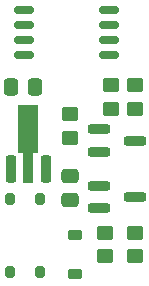
<source format=gbr>
%TF.GenerationSoftware,KiCad,Pcbnew,9.0.6*%
%TF.CreationDate,2025-11-24T18:54:56-06:00*%
%TF.ProjectId,Endor_N_scale_bassic_DCC_decoder_mk1,456e646f-725f-44e5-9f73-63616c655f62,rev?*%
%TF.SameCoordinates,Original*%
%TF.FileFunction,Paste,Top*%
%TF.FilePolarity,Positive*%
%FSLAX46Y46*%
G04 Gerber Fmt 4.6, Leading zero omitted, Abs format (unit mm)*
G04 Created by KiCad (PCBNEW 9.0.6) date 2025-11-24 18:54:56*
%MOMM*%
%LPD*%
G01*
G04 APERTURE LIST*
G04 Aperture macros list*
%AMRoundRect*
0 Rectangle with rounded corners*
0 $1 Rounding radius*
0 $2 $3 $4 $5 $6 $7 $8 $9 X,Y pos of 4 corners*
0 Add a 4 corners polygon primitive as box body*
4,1,4,$2,$3,$4,$5,$6,$7,$8,$9,$2,$3,0*
0 Add four circle primitives for the rounded corners*
1,1,$1+$1,$2,$3*
1,1,$1+$1,$4,$5*
1,1,$1+$1,$6,$7*
1,1,$1+$1,$8,$9*
0 Add four rect primitives between the rounded corners*
20,1,$1+$1,$2,$3,$4,$5,0*
20,1,$1+$1,$4,$5,$6,$7,0*
20,1,$1+$1,$6,$7,$8,$9,0*
20,1,$1+$1,$8,$9,$2,$3,0*%
%AMFreePoly0*
4,1,9,5.362500,-0.866500,1.237500,-0.866500,1.237500,-0.450000,-1.237500,-0.450000,-1.237500,0.450000,1.237500,0.450000,1.237500,0.866500,5.362500,0.866500,5.362500,-0.866500,5.362500,-0.866500,$1*%
G04 Aperture macros list end*
%ADD10RoundRect,0.200000X-0.750000X-0.200000X0.750000X-0.200000X0.750000X0.200000X-0.750000X0.200000X0*%
%ADD11RoundRect,0.225000X0.225000X-0.925000X0.225000X0.925000X-0.225000X0.925000X-0.225000X-0.925000X0*%
%ADD12FreePoly0,90.000000*%
%ADD13RoundRect,0.162500X-0.650000X-0.162500X0.650000X-0.162500X0.650000X0.162500X-0.650000X0.162500X0*%
%ADD14RoundRect,0.250000X0.450000X-0.350000X0.450000X0.350000X-0.450000X0.350000X-0.450000X-0.350000X0*%
%ADD15RoundRect,0.225000X0.375000X-0.225000X0.375000X0.225000X-0.375000X0.225000X-0.375000X-0.225000X0*%
%ADD16RoundRect,0.200000X0.200000X-0.300000X0.200000X0.300000X-0.200000X0.300000X-0.200000X-0.300000X0*%
%ADD17RoundRect,0.250000X0.337500X0.475000X-0.337500X0.475000X-0.337500X-0.475000X0.337500X-0.475000X0*%
%ADD18RoundRect,0.250000X0.475000X-0.337500X0.475000X0.337500X-0.475000X0.337500X-0.475000X-0.337500X0*%
G04 APERTURE END LIST*
D10*
%TO.C,Q2*%
X100500000Y-94050000D03*
X100500000Y-95950000D03*
X103500000Y-95000000D03*
%TD*%
%TO.C,Q1*%
X100500000Y-89275000D03*
X100500000Y-91175000D03*
X103500000Y-90225000D03*
%TD*%
D11*
%TO.C,U2*%
X96000000Y-92650000D03*
D12*
X94500000Y-92562500D03*
D11*
X93000000Y-92650000D03*
%TD*%
D13*
%TO.C,U1*%
X94162500Y-79190000D03*
X94162500Y-80460000D03*
X94162500Y-81730000D03*
X94162500Y-83000000D03*
X101337500Y-83000000D03*
X101337500Y-81730000D03*
X101337500Y-80460000D03*
X101337500Y-79190000D03*
%TD*%
D14*
%TO.C,R5*%
X103500000Y-98000000D03*
X103500000Y-100000000D03*
%TD*%
%TO.C,R4*%
X101000000Y-98000000D03*
X101000000Y-100000000D03*
%TD*%
%TO.C,R3*%
X101500000Y-87500000D03*
X101500000Y-85500000D03*
%TD*%
%TO.C,R2*%
X103500000Y-85500000D03*
X103500000Y-87500000D03*
%TD*%
%TO.C,R1*%
X98000000Y-90000000D03*
X98000000Y-88000000D03*
%TD*%
D15*
%TO.C,D2*%
X98500000Y-101500000D03*
X98500000Y-98200000D03*
%TD*%
D16*
%TO.C,D1*%
X92960000Y-95200000D03*
X95500000Y-95200000D03*
X95500000Y-101350000D03*
X92960000Y-101350000D03*
%TD*%
D17*
%TO.C,C2*%
X93000000Y-85700000D03*
X95075000Y-85700000D03*
%TD*%
D18*
%TO.C,C1*%
X98000000Y-95275000D03*
X98000000Y-93200000D03*
%TD*%
M02*

</source>
